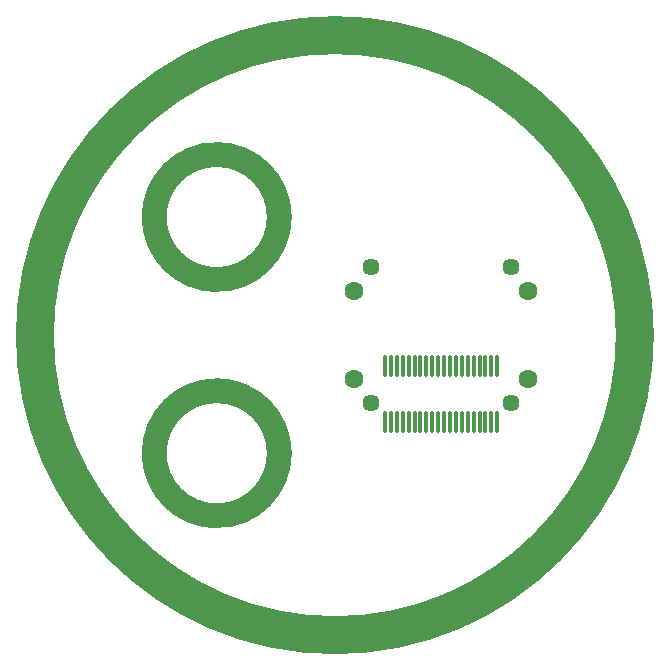
<source format=gbr>
%TF.GenerationSoftware,KiCad,Pcbnew,7.0.2*%
%TF.CreationDate,2023-11-07T11:53:16-07:00*%
%TF.ProjectId,Gateway06,47617465-7761-4793-9036-2e6b69636164,rev?*%
%TF.SameCoordinates,Original*%
%TF.FileFunction,Soldermask,Top*%
%TF.FilePolarity,Negative*%
%FSLAX46Y46*%
G04 Gerber Fmt 4.6, Leading zero omitted, Abs format (unit mm)*
G04 Created by KiCad (PCBNEW 7.0.2) date 2023-11-07 11:53:16*
%MOMM*%
%LPD*%
G01*
G04 APERTURE LIST*
G04 Aperture macros list*
%AMRoundRect*
0 Rectangle with rounded corners*
0 $1 Rounding radius*
0 $2 $3 $4 $5 $6 $7 $8 $9 X,Y pos of 4 corners*
0 Add a 4 corners polygon primitive as box body*
4,1,4,$2,$3,$4,$5,$6,$7,$8,$9,$2,$3,0*
0 Add four circle primitives for the rounded corners*
1,1,$1+$1,$2,$3*
1,1,$1+$1,$4,$5*
1,1,$1+$1,$6,$7*
1,1,$1+$1,$8,$9*
0 Add four rect primitives between the rounded corners*
20,1,$1+$1,$2,$3,$4,$5,0*
20,1,$1+$1,$4,$5,$6,$7,0*
20,1,$1+$1,$6,$7,$8,$9,0*
20,1,$1+$1,$8,$9,$2,$3,0*%
G04 Aperture macros list end*
%ADD10C,3.200000*%
%ADD11C,2.150000*%
%ADD12C,1.600000*%
%ADD13C,1.450000*%
%ADD14RoundRect,0.050000X-0.125000X-0.850000X0.125000X-0.850000X0.125000X0.850000X-0.125000X0.850000X0*%
G04 APERTURE END LIST*
D10*
X25400000Y0D02*
G75*
G03*
X25400000Y0I-25400000J0D01*
G01*
D11*
%TO.C,H2*%
X-4699764Y-10000000D02*
G75*
G03*
X-4699764Y-10000000I-5300236J0D01*
G01*
%TO.C,H1*%
X-4699764Y10000000D02*
G75*
G03*
X-4699764Y10000000I-5300236J0D01*
G01*
%TD*%
D12*
%TO.C,U2*%
X1605000Y-3740000D03*
D13*
X3080000Y-5740000D03*
X14920000Y-5740000D03*
D12*
X16395000Y-3740000D03*
D14*
X13750000Y-7350000D03*
X13750000Y-2650000D03*
X13250000Y-7350000D03*
X13250000Y-2650000D03*
X12750000Y-7350000D03*
X12750000Y-2650000D03*
X12250000Y-7350000D03*
X12250000Y-2650000D03*
X11750000Y-7350000D03*
X11750000Y-2650000D03*
X11250000Y-7350000D03*
X11250000Y-2650000D03*
X10750000Y-7350000D03*
X10750000Y-2650000D03*
X10250000Y-7350000D03*
X10250000Y-2650000D03*
X9750000Y-7350000D03*
X9750000Y-2650000D03*
X9250000Y-7350000D03*
X9250000Y-2650000D03*
X8750000Y-7350000D03*
X8750000Y-2650000D03*
X8250000Y-7350000D03*
X8250000Y-2650000D03*
X7750000Y-7350000D03*
X7750000Y-2650000D03*
X7250000Y-7350000D03*
X7250000Y-2650000D03*
X6750000Y-7350000D03*
X6750000Y-2650000D03*
X6250000Y-7350000D03*
X6250000Y-2650000D03*
X5750000Y-7350000D03*
X5750000Y-2650000D03*
X5250000Y-7350000D03*
X5250000Y-2650000D03*
X4750000Y-7350000D03*
X4750000Y-2650000D03*
X4250000Y-7350000D03*
X4250000Y-2650000D03*
%TD*%
D12*
%TO.C,U1*%
X1605000Y3740000D03*
D13*
X3080000Y5740000D03*
X14920000Y5740000D03*
D12*
X16395000Y3740000D03*
%TD*%
M02*

</source>
